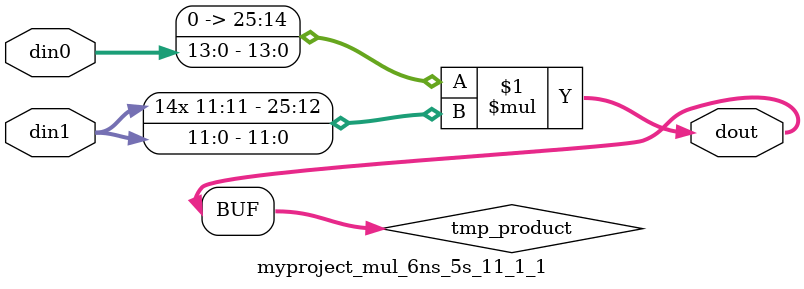
<source format=v>

`timescale 1 ns / 1 ps

 module myproject_mul_6ns_5s_11_1_1(din0, din1, dout);
parameter ID = 1;
parameter NUM_STAGE = 0;
parameter din0_WIDTH = 14;
parameter din1_WIDTH = 12;
parameter dout_WIDTH = 26;

input [din0_WIDTH - 1 : 0] din0; 
input [din1_WIDTH - 1 : 0] din1; 
output [dout_WIDTH - 1 : 0] dout;

wire signed [dout_WIDTH - 1 : 0] tmp_product;

























assign tmp_product = $signed({1'b0, din0}) * $signed(din1);










assign dout = tmp_product;





















endmodule

</source>
